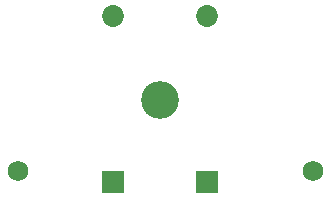
<source format=gbr>
%TF.GenerationSoftware,Altium Limited,Altium Designer,22.4.2 (48)*%
G04 Layer_Color=16711935*
%FSLAX26Y26*%
%MOIN*%
%TF.SameCoordinates,B812F889-C0D6-4E0A-92BC-1FC44A6A00D5*%
%TF.FilePolarity,Negative*%
%TF.FileFunction,Soldermask,Bot*%
%TF.Part,Single*%
G01*
G75*
%TA.AperFunction,ViaPad*%
%ADD20C,0.068000*%
%TA.AperFunction,ComponentPad*%
%ADD21C,0.072961*%
%ADD22R,0.072961X0.072961*%
%TA.AperFunction,ViaPad*%
%ADD23C,0.126110*%
D20*
X275590Y511812D02*
D03*
X1259842D02*
D03*
D21*
X590552Y1027560D02*
D03*
X905512D02*
D03*
D22*
X590552Y472440D02*
D03*
X905512D02*
D03*
D23*
X748032Y748032D02*
D03*
%TF.MD5,10b760edb512afbd037361311546ba4c*%
M02*

</source>
